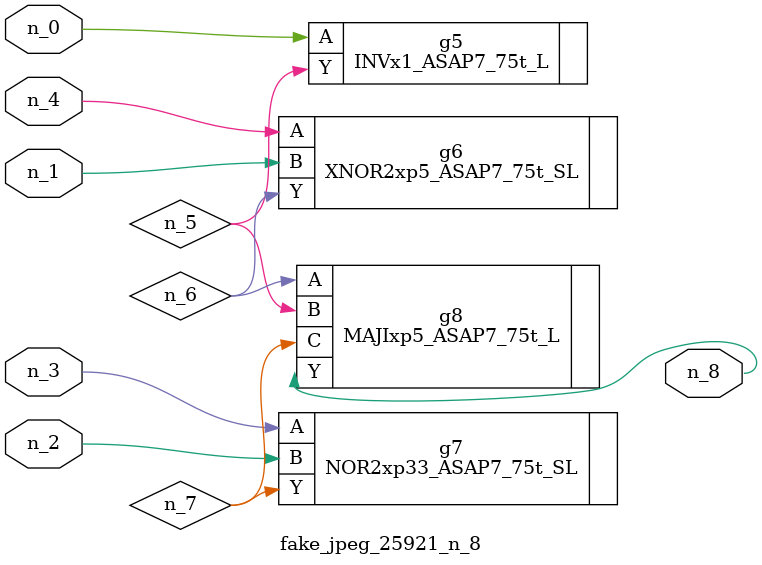
<source format=v>
module fake_jpeg_25921_n_8 (n_3, n_2, n_1, n_0, n_4, n_8);

input n_3;
input n_2;
input n_1;
input n_0;
input n_4;

output n_8;

wire n_6;
wire n_5;
wire n_7;

INVx1_ASAP7_75t_L g5 ( 
.A(n_0),
.Y(n_5)
);

XNOR2xp5_ASAP7_75t_SL g6 ( 
.A(n_4),
.B(n_1),
.Y(n_6)
);

NOR2xp33_ASAP7_75t_SL g7 ( 
.A(n_3),
.B(n_2),
.Y(n_7)
);

MAJIxp5_ASAP7_75t_L g8 ( 
.A(n_6),
.B(n_5),
.C(n_7),
.Y(n_8)
);


endmodule
</source>
